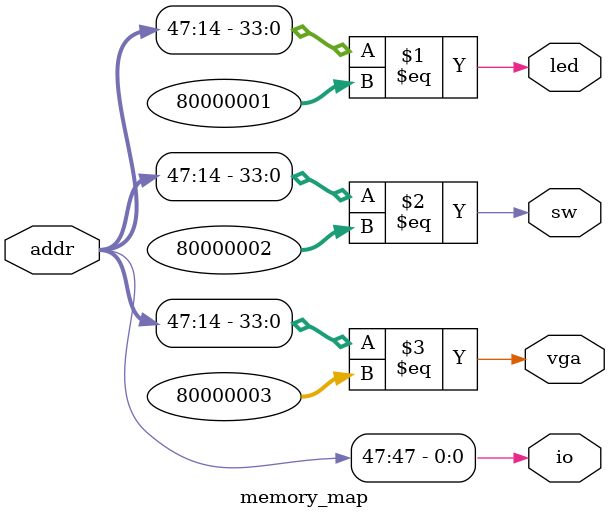
<source format=v>
module memory_map(
    input[63:0] addr,
    output io,
    output led,
    output sw,
    output vga
    );

    //As physical addresses are sign-extended from the 47th bit,
    //only bits 47:14 really matter

    //Upper-half of the memory map is IO for now
    assign io = addr[47];

    assign led = (addr[47:14] == 80000001);
    assign sw = (addr[47:14] == 80000002);
    assign vga = (addr[47:14] == 80000003);

endmodule

</source>
